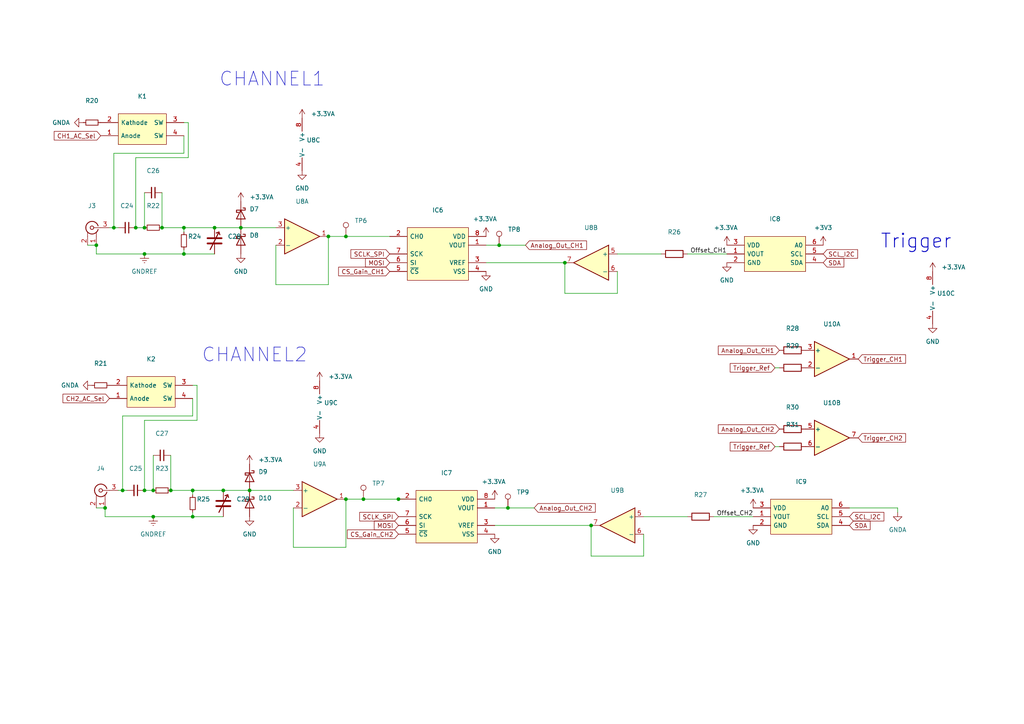
<source format=kicad_sch>
(kicad_sch (version 20211123) (generator eeschema)
  (paper "A4")
  (lib_symbols
    (symbol "Amplifier_Operational:MCP6022" (pin_names (offset 0.127))
      (property "Reference" "U" (at 0 5.08 0))
      (property "Value" "MCP6022" (at 0 -5.08 0))
      (symbol "MCP6022_1_1"
        (polyline (pts (xy -5.08 5.08) (xy 5.08 0) (xy -5.08 -5.08) (xy -5.08 5.08)) (stroke (width 0.254)) (fill (type background)))
        (pin output line (at 7.62 0 180) (length 2.54) (name "~") (number "1"))
        (pin input line (at -7.62 -2.54 0) (length 2.54) (name "-") (number "2"))
        (pin input line (at -7.62 2.54 0) (length 2.54) (name "+") (number "3"))
      )
      (symbol "MCP6022_2_1"
        (polyline (pts (xy -5.08 5.08) (xy 5.08 0) (xy -5.08 -5.08) (xy -5.08 5.08)) (stroke (width 0.254)) (fill (type background)))
        (pin input line (at -7.62 2.54 0) (length 2.54) (name "+") (number "5"))
        (pin input line (at -7.62 -2.54 0) (length 2.54) (name "-") (number "6"))
        (pin output line (at 7.62 0 180) (length 2.54) (name "~") (number "7"))
      )
      (symbol "MCP6022_3_1"
        (pin power_in line (at -2.54 -7.62 90) (length 3.81) (name "V-") (number "4"))
        (pin power_in line (at -2.54 7.62 270) (length 3.81) (name "V+") (number "8"))
      )
    )
    (symbol "Connector:TestPoint" (pin_numbers hide) (pin_names (offset 0.762) hide)
      (property "Reference" "TP" (at 0 6.858 0))
      (property "Value" "TestPoint" (at 0 5.08 0))
      (symbol "TestPoint_0_1"
        (circle (center 0 3.302) (radius 0.762))
      )
      (symbol "TestPoint_1_1"
        (pin passive line (at 0 0 90) (length 2.54) (name "1") (number "1"))
      )
    )
    (symbol "Device:C_Small" (pin_numbers hide) (pin_names (offset 0.254) hide)
      (property "Reference" "C" (at 0.254 1.778 0))
      (property "Value" "C_Small" (at 0.254 -2.032 0))
      (symbol "C_Small_0_1"
        (polyline (pts (xy -1.524 -0.508) (xy 1.524 -0.508)) (stroke (width 0.3302)))
        (polyline (pts (xy -1.524 0.508) (xy 1.524 0.508)) (stroke (width 0.3048)))
      )
      (symbol "C_Small_1_1"
        (pin passive line (at 0 2.54 270) (length 2.032) (name "~") (number "1"))
        (pin passive line (at 0 -2.54 90) (length 2.032) (name "~") (number "2"))
      )
    )
    (symbol "Device:C_Variable" (pin_numbers hide) (pin_names (offset 0.254) hide)
      (property "Reference" "C" (at 0.635 -1.905 0))
      (property "Value" "C_Variable" (at 0.635 -3.81 0))
      (symbol "C_Variable_0_1"
        (polyline (pts (xy -2.032 -0.762) (xy 2.032 -0.762)) (stroke (width 0.508)))
        (polyline (pts (xy -2.032 0.762) (xy 2.032 0.762)) (stroke (width 0.508)))
        (polyline (pts (xy 1.27 2.54) (xy -1.27 -2.54)) (stroke (width 0.3048)))
        (polyline (pts (xy 1.27 2.54) (xy 0.508 2.286)) (stroke (width 0.3048)))
        (polyline (pts (xy 1.27 2.54) (xy 1.524 1.778)) (stroke (width 0.3048)))
      )
      (symbol "C_Variable_1_1"
        (pin passive line (at 0 3.81 270) (length 3.048) (name "~") (number "1"))
        (pin passive line (at 0 -3.81 90) (length 3.048) (name "~") (number "2"))
      )
    )
    (symbol "Device:D_Schottky" (pin_numbers hide) (pin_names (offset 1.016) hide)
      (property "Reference" "D" (at 0 2.54 0))
      (property "Value" "D_Schottky" (at 0 -2.54 0))
      (symbol "D_Schottky_0_1"
        (polyline (pts (xy 1.27 0) (xy -1.27 0)))
        (polyline (pts (xy 1.27 1.27) (xy 1.27 -1.27) (xy -1.27 0) (xy 1.27 1.27)) (stroke (width 0.254)))
        (polyline (pts (xy -1.905 0.635) (xy -1.905 1.27) (xy -1.27 1.27) (xy -1.27 -1.27) (xy -0.635 -1.27) (xy -0.635 -0.635)) (stroke (width 0.254)))
      )
      (symbol "D_Schottky_1_1"
        (pin passive line (at -3.81 0 0) (length 2.54) (name "K") (number "1"))
        (pin passive line (at 3.81 0 180) (length 2.54) (name "A") (number "2"))
      )
    )
    (symbol "Device:R" (pin_numbers hide) (pin_names (offset 0))
      (property "Reference" "R" (at 2.032 0 90))
      (property "Value" "R" (at 0 0 90))
      (symbol "R_0_1"
        (rectangle (start -1.016 -2.54) (end 1.016 2.54) (stroke (width 0.254)))
      )
      (symbol "R_1_1"
        (pin passive line (at 0 3.81 270) (length 1.27) (name "~") (number "1"))
        (pin passive line (at 0 -3.81 90) (length 1.27) (name "~") (number "2"))
      )
    )
    (symbol "Device:R_Small" (pin_numbers hide) (pin_names (offset 0.254) hide)
      (property "Reference" "R" (at 0.762 0.508 0))
      (property "Value" "R_Small" (at 0.762 -1.016 0))
      (symbol "R_Small_0_1"
        (rectangle (start -0.762 1.778) (end 0.762 -1.778) (stroke (width 0.2032)))
      )
      (symbol "R_Small_1_1"
        (pin passive line (at 0 2.54 270) (length 0.762) (name "~") (number "1"))
        (pin passive line (at 0 -2.54 90) (length 0.762) (name "~") (number "2"))
      )
    )
    (symbol "power:+3.3V" (power) (pin_names (offset 0))
      (property "Value" "+3.3V" (at 0 3.556 0))
      (symbol "+3.3V_0_1"
        (polyline (pts (xy -0.762 1.27) (xy 0 2.54)))
        (polyline (pts (xy 0 0) (xy 0 2.54)))
        (polyline (pts (xy 0 2.54) (xy 0.762 1.27)))
      )
      (symbol "+3.3V_1_1"
        (pin power_in line (at 0 0 90) (length 0) hide (name "+3V3") (number "1"))
      )
    )
    (symbol "power:+3.3VA" (power) (pin_names (offset 0))
      (property "Value" "+3.3VA" (at 0 3.556 0))
      (symbol "+3.3VA_0_1"
        (polyline (pts (xy -0.762 1.27) (xy 0 2.54)))
        (polyline (pts (xy 0 0) (xy 0 2.54)))
        (polyline (pts (xy 0 2.54) (xy 0.762 1.27)))
      )
      (symbol "+3.3VA_1_1"
        (pin power_in line (at 0 0 90) (length 0) hide (name "+3.3VA") (number "1"))
      )
    )
    (symbol "power:GND" (power) (pin_names (offset 0))
      (property "Value" "GND" (at 0 -3.81 0))
      (symbol "GND_0_1"
        (polyline (pts (xy 0 0) (xy 0 -1.27) (xy 1.27 -1.27) (xy 0 -2.54) (xy -1.27 -1.27) (xy 0 -1.27)))
      )
      (symbol "GND_1_1"
        (pin power_in line (at 0 0 270) (length 0) hide (name "GND") (number "1"))
      )
    )
    (symbol "power:GNDA" (power) (pin_names (offset 0))
      (property "Value" "GNDA" (at 0 -3.81 0))
      (symbol "GNDA_0_1"
        (polyline (pts (xy 0 0) (xy 0 -1.27) (xy 1.27 -1.27) (xy 0 -2.54) (xy -1.27 -1.27) (xy 0 -1.27)))
      )
      (symbol "GNDA_1_1"
        (pin power_in line (at 0 0 270) (length 0) hide (name "GNDA") (number "1"))
      )
    )
    (symbol "power:GNDREF" (power) (pin_names (offset 0))
      (property "Value" "GNDREF" (at 0 -3.81 0))
      (symbol "GNDREF_0_1"
        (polyline (pts (xy -0.635 -1.905) (xy 0.635 -1.905)))
        (polyline (pts (xy -0.127 -2.54) (xy 0.127 -2.54)))
        (polyline (pts (xy 0 -1.27) (xy 0 0)))
        (polyline (pts (xy 1.27 -1.27) (xy -1.27 -1.27)))
      )
      (symbol "GNDREF_1_1"
        (pin power_in line (at 0 0 270) (length 0) hide (name "GNDREF") (number "1"))
      )
    )
    (symbol "project_library:73100-0105" (pin_names (offset 0.762))
      (property "Reference" "J" (at 16.51 7.62 0))
      (property "Value" "73100-0105" (at 16.51 5.08 0))
      (symbol "73100-0105_0_1"
        (polyline (pts (xy 6.35 1.27) (xy 8.382 1.27)))
        (polyline (pts (xy 7.62 0) (xy 7.62 -1.27)))
        (polyline (pts (xy 10.16 0) (xy 10.16 -1.27)))
        (arc (start 7.112 0.762) (mid 9.112 -0.538) (end 10.668 1.27) (stroke (width 0.254)))
        (circle (center 8.89 1.27) (radius 0.508) (stroke (width 0.2032)))
        (arc (start 10.668 1.27) (mid 9.1121 3.0783) (end 7.112 1.778) (stroke (width 0.254)))
      )
      (symbol "73100-0105_1_1"
        (pin passive line (at 7.62 -3.81 90) (length 2.54) (name "") (number "1"))
        (pin passive line (at 10.16 -3.81 90) (length 2.54) (name "") (number "2"))
        (pin passive line (at 3.81 1.27 0) (length 2.54) (name "") (number "3"))
      )
    )
    (symbol "project_library:AQY210EHA" (pin_names (offset 0.762))
      (property "Reference" "K" (at 16.51 7.62 0))
      (property "Value" "AQY210EHA" (at 16.51 5.08 0))
      (symbol "AQY210EHA_0_0"
        (pin passive line (at -3.81 -3.81 0) (length 5.08) (name "Anode") (number "1"))
        (pin passive line (at -3.81 0 0) (length 5.08) (name "Kathode") (number "2"))
        (pin passive line (at 20.32 0 180) (length 5.08) (name "SW") (number "3"))
        (pin passive line (at 20.32 -3.81 180) (length 5.08) (name "SW") (number "4"))
      )
      (symbol "AQY210EHA_0_1"
        (polyline (pts (xy 1.27 2.54) (xy 15.24 2.54) (xy 15.24 -6.35) (xy 1.27 -6.35) (xy 1.27 2.54)) (stroke (width 0.1524)) (fill (type background)))
      )
    )
    (symbol "project_library:DAC5571IDBVR" (pin_names (offset 0.762))
      (property "Reference" "IC" (at 24.13 7.62 0))
      (property "Value" "DAC5571IDBVR" (at 24.13 5.08 0))
      (symbol "DAC5571IDBVR_0_0"
        (pin passive line (at 0 -2.54 0) (length 5.08) (name "VOUT") (number "1"))
        (pin passive line (at 0 -5.08 0) (length 5.08) (name "GND") (number "2"))
        (pin passive line (at 0 0 0) (length 5.08) (name "VDD") (number "3"))
        (pin passive line (at 27.94 -5.08 180) (length 5.08) (name "SDA") (number "4"))
        (pin passive line (at 27.94 -2.54 180) (length 5.08) (name "SCL") (number "5"))
        (pin passive line (at 27.94 0 180) (length 5.08) (name "A0") (number "6"))
      )
      (symbol "DAC5571IDBVR_0_1"
        (polyline (pts (xy 5.08 2.54) (xy 22.86 2.54) (xy 22.86 -7.62) (xy 5.08 -7.62) (xy 5.08 2.54)) (stroke (width 0.1524)) (fill (type background)))
      )
    )
    (symbol "project_library:MCP6S91-E_MS" (pin_names (offset 0.762))
      (property "Reference" "IC" (at 24.13 7.62 0))
      (property "Value" "MCP6S91-E_MS" (at 24.13 5.08 0))
      (symbol "MCP6S91-E_MS_0_0"
        (pin passive line (at 0 -2.54 0) (length 5.08) (name "VOUT") (number "1"))
        (pin passive line (at 27.94 0 180) (length 5.08) (name "CH0") (number "2"))
        (pin passive line (at 0 -7.62 0) (length 5.08) (name "VREF") (number "3"))
        (pin passive line (at 0 -10.16 0) (length 5.08) (name "VSS") (number "4"))
        (pin passive line (at 27.94 -10.16 180) (length 5.08) (name "~{CS}") (number "5"))
        (pin passive line (at 27.94 -7.62 180) (length 5.08) (name "SI") (number "6"))
        (pin passive line (at 27.94 -5.08 180) (length 5.08) (name "SCK") (number "7"))
        (pin passive line (at 0 0 0) (length 5.08) (name "VDD") (number "8"))
      )
      (symbol "MCP6S91-E_MS_0_1"
        (polyline (pts (xy 5.08 2.54) (xy 22.86 2.54) (xy 22.86 -12.7) (xy 5.08 -12.7) (xy 5.08 2.54)) (stroke (width 0.1524)) (fill (type background)))
      )
    )
  )
  (junction (at 100.33 144.78))
  (junction (at 33.02 66.04))
  (junction (at 147.32 147.32))
  (junction (at 41.91 66.04))
  (junction (at 41.91 142.24))
  (junction (at 171.45 152.4))
  (junction (at 105.41 144.78))
  (junction (at 30.48 147.32))
  (junction (at 69.85 66.04))
  (junction (at 49.53 142.24))
  (junction (at 53.34 73.66))
  (junction (at 41.91 73.66))
  (junction (at 62.23 66.04))
  (junction (at 27.94 71.12))
  (junction (at 115.57 144.78))
  (junction (at 55.88 142.24))
  (junction (at 144.78 71.12))
  (junction (at 44.45 149.86))
  (junction (at 35.56 142.24))
  (junction (at 55.88 149.86))
  (junction (at 163.83 76.2))
  (junction (at 46.99 66.04))
  (junction (at 64.77 142.24))
  (junction (at 39.37 66.04))
  (junction (at 53.34 66.04))
  (junction (at 44.45 142.24))
  (junction (at 100.33 68.58))
  (junction (at 95.25 68.58))
  (junction (at 72.39 142.24))
  (wire (pts (xy 55.88 143.51) (xy 55.88 142.24)))
  (wire (pts (xy 80.01 82.55) (xy 95.25 82.55)))
  (wire (pts (xy 80.01 71.12) (xy 80.01 82.55)))
  (wire (pts (xy 55.88 115.57) (xy 55.88 120.65)))
  (wire (pts (xy 57.15 121.92) (xy 41.91 121.92)))
  (wire (pts (xy 53.34 39.37) (xy 53.34 44.45)))
  (wire (pts (xy 41.91 73.66) (xy 53.34 73.66)))
  (wire (pts (xy 46.99 55.88) (xy 46.99 66.04)))
  (wire (pts (xy 140.97 76.2) (xy 163.83 76.2)))
  (wire (pts (xy 33.02 66.04) (xy 31.75 66.04)))
  (wire (pts (xy 186.69 161.29) (xy 171.45 161.29)))
  (wire (pts (xy 64.77 142.24) (xy 72.39 142.24)))
  (wire (pts (xy 35.56 142.24) (xy 34.29 142.24)))
  (wire (pts (xy 143.51 152.4) (xy 171.45 152.4)))
  (wire (pts (xy 186.69 149.86) (xy 199.39 149.86)))
  (wire (pts (xy 69.85 66.04) (xy 80.01 66.04)))
  (wire (pts (xy 55.88 120.65) (xy 35.56 120.65)))
  (wire (pts (xy 49.53 132.08) (xy 49.53 142.24)))
  (wire (pts (xy 44.45 132.08) (xy 44.45 142.24)))
  (wire (pts (xy 41.91 121.92) (xy 41.91 142.24)))
  (wire (pts (xy 72.39 142.24) (xy 85.09 142.24)))
  (wire (pts (xy 179.07 73.66) (xy 191.77 73.66)))
  (wire (pts (xy 147.32 147.32) (xy 154.94 147.32)))
  (wire (pts (xy 163.83 85.09) (xy 163.83 76.2)))
  (wire (pts (xy 39.37 66.04) (xy 41.91 66.04)))
  (wire (pts (xy 41.91 55.88) (xy 41.91 66.04)))
  (wire (pts (xy 54.61 45.72) (xy 39.37 45.72)))
  (wire (pts (xy 85.09 158.75) (xy 100.33 158.75)))
  (wire (pts (xy 118.11 144.78) (xy 115.57 144.78)))
  (wire (pts (xy 140.97 71.12) (xy 144.78 71.12)))
  (wire (pts (xy 53.34 44.45) (xy 33.02 44.45)))
  (wire (pts (xy 55.88 148.59) (xy 55.88 149.86)))
  (wire (pts (xy 53.34 67.31) (xy 53.34 66.04)))
  (wire (pts (xy 105.41 144.78) (xy 115.57 144.78)))
  (wire (pts (xy 55.88 142.24) (xy 64.77 142.24)))
  (wire (pts (xy 179.07 78.74) (xy 179.07 85.09)))
  (wire (pts (xy 207.01 149.86) (xy 218.44 149.86)))
  (wire (pts (xy 100.33 68.58) (xy 113.03 68.58)))
  (wire (pts (xy 41.91 142.24) (xy 44.45 142.24)))
  (wire (pts (xy 53.34 35.56) (xy 54.61 35.56)))
  (wire (pts (xy 30.48 149.86) (xy 44.45 149.86)))
  (wire (pts (xy 95.25 68.58) (xy 100.33 68.58)))
  (wire (pts (xy 33.02 66.04) (xy 34.29 66.04)))
  (wire (pts (xy 30.48 149.86) (xy 30.48 147.32)))
  (wire (pts (xy 53.34 72.39) (xy 53.34 73.66)))
  (wire (pts (xy 27.94 73.66) (xy 27.94 71.12)))
  (wire (pts (xy 171.45 161.29) (xy 171.45 152.4)))
  (wire (pts (xy 27.94 73.66) (xy 41.91 73.66)))
  (wire (pts (xy 246.38 147.32) (xy 260.35 147.32)))
  (wire (pts (xy 49.53 142.24) (xy 55.88 142.24)))
  (wire (pts (xy 54.61 35.56) (xy 54.61 45.72)))
  (wire (pts (xy 44.45 149.86) (xy 55.88 149.86)))
  (wire (pts (xy 62.23 66.04) (xy 69.85 66.04)))
  (wire (pts (xy 53.34 73.66) (xy 62.23 73.66)))
  (wire (pts (xy 260.35 147.32) (xy 260.35 148.59)))
  (wire (pts (xy 25.4 71.12) (xy 27.94 71.12)))
  (wire (pts (xy 35.56 120.65) (xy 35.56 142.24)))
  (wire (pts (xy 224.79 129.54) (xy 226.06 129.54)))
  (wire (pts (xy 53.34 66.04) (xy 62.23 66.04)))
  (wire (pts (xy 186.69 154.94) (xy 186.69 161.29)))
  (wire (pts (xy 224.79 106.68) (xy 226.06 106.68)))
  (wire (pts (xy 143.51 147.32) (xy 147.32 147.32)))
  (wire (pts (xy 57.15 111.76) (xy 57.15 121.92)))
  (wire (pts (xy 179.07 85.09) (xy 163.83 85.09)))
  (wire (pts (xy 33.02 44.45) (xy 33.02 66.04)))
  (wire (pts (xy 100.33 144.78) (xy 105.41 144.78)))
  (wire (pts (xy 85.09 147.32) (xy 85.09 158.75)))
  (wire (pts (xy 46.99 66.04) (xy 53.34 66.04)))
  (wire (pts (xy 39.37 45.72) (xy 39.37 66.04)))
  (wire (pts (xy 35.56 142.24) (xy 36.83 142.24)))
  (wire (pts (xy 100.33 144.78) (xy 100.33 158.75)))
  (wire (pts (xy 144.78 71.12) (xy 152.4 71.12)))
  (wire (pts (xy 27.94 147.32) (xy 30.48 147.32)))
  (wire (pts (xy 55.88 111.76) (xy 57.15 111.76)))
  (wire (pts (xy 95.25 68.58) (xy 95.25 82.55)))
  (wire (pts (xy 55.88 149.86) (xy 64.77 149.86)))
  (wire (pts (xy 199.39 73.66) (xy 210.82 73.66)))
  (text "CHANNEL2" (at 58.42 105.41 0) (effects (font (size 4 4)) (justify left bottom)))
  (text "CHANNEL1" (at 63.5 25.4 0) (effects (font (size 4 4)) (justify left bottom)))
  (text "Trigger" (at 255.27 72.39 0) (effects (font (size 4 4) (thickness 0.254) bold) (justify left bottom)))
  (label "Offset_CH2" (at 218.44 149.86 180))
  (label "Offset_CH1" (at 210.82 73.66 180))
  (global_label "Trigger_CH1" (shape input) (at 248.92 104.14 0) (property "Intersheet References" "${INTERSHEET_REFS}" (effects hide)))
  (global_label "SCL_I2C" (shape input) (at 238.76 73.66 0) (property "Intersheet References" "${INTERSHEET_REFS}" (effects hide)))
  (global_label "CS_Gain_CH1" (shape input) (at 113.03 78.74 180) (property "Intersheet References" "${INTERSHEET_REFS}" (effects hide)))
  (global_label "MOSI" (shape input) (at 115.57 152.4 180) (property "Intersheet References" "${INTERSHEET_REFS}" (effects hide)))
  (global_label "Analog_Out_CH2" (shape input) (at 226.06 124.46 180) (property "Intersheet References" "${INTERSHEET_REFS}" (effects hide)))
  (global_label "SCL_I2C" (shape input) (at 246.38 149.86 0) (property "Intersheet References" "${INTERSHEET_REFS}" (effects hide)))
  (global_label "SDA" (shape input) (at 238.76 76.2 0) (property "Intersheet References" "${INTERSHEET_REFS}" (effects hide)))
  (global_label "SCLK_SPI" (shape input) (at 113.03 73.66 180) (property "Intersheet References" "${INTERSHEET_REFS}" (effects hide)))
  (global_label "MOSI" (shape input) (at 113.03 76.2 180) (property "Intersheet References" "${INTERSHEET_REFS}" (effects hide)))
  (global_label "Analog_Out_CH2" (shape input) (at 154.94 147.32 0) (property "Intersheet References" "${INTERSHEET_REFS}" (effects hide)))
  (global_label "CH1_AC_Sel" (shape input) (at 29.21 39.37 180) (property "Intersheet References" "${INTERSHEET_REFS}" (effects hide)))
  (global_label "CS_Gain_CH2" (shape input) (at 115.57 154.94 180) (property "Intersheet References" "${INTERSHEET_REFS}" (effects hide)))
  (global_label "Trigger_Ref" (shape input) (at 224.79 106.68 180) (property "Intersheet References" "${INTERSHEET_REFS}" (effects hide)))
  (global_label "Analog_Out_CH1" (shape input) (at 152.4 71.12 0) (property "Intersheet References" "${INTERSHEET_REFS}" (effects hide)))
  (global_label "Analog_Out_CH1" (shape input) (at 226.06 101.6 180) (property "Intersheet References" "${INTERSHEET_REFS}" (effects hide)))
  (global_label "SDA" (shape input) (at 246.38 152.4 0) (property "Intersheet References" "${INTERSHEET_REFS}" (effects hide)))
  (global_label "Trigger_CH2" (shape input) (at 248.92 127 0) (property "Intersheet References" "${INTERSHEET_REFS}" (effects hide)))
  (global_label "CH2_AC_Sel" (shape input) (at 31.75 115.57 180) (property "Intersheet References" "${INTERSHEET_REFS}" (effects hide)))
  (global_label "Trigger_Ref" (shape input) (at 224.79 129.54 180) (property "Intersheet References" "${INTERSHEET_REFS}" (effects hide)))
  (global_label "SCLK_SPI" (shape input) (at 115.57 149.86 180) (property "Intersheet References" "${INTERSHEET_REFS}" (effects hide)))
  (symbol (lib_id "Device:R_Small") (at 55.88 146.05 0) (mirror y) (unit 1)
    (property "Reference" "R25" (at 60.96 144.78 0) (effects (justify left)))
  )
  (symbol (lib_id "power:+3.3VA") (at 140.97 68.58 0) (unit 1)
    (property "Reference" "#PWR066" (effects hide))
    (property "Value" "+3.3VA" (at 137.16 63.5 0) (effects (justify left)))
  )
  (symbol (lib_id "power:GNDREF") (at 44.45 149.86 0) (unit 1)
    (property "Reference" "#PWR057" (effects hide))
    (property "Value" "GNDREF" (at 44.45 154.94 0))
  )
  (symbol (lib_id "Amplifier_Operational:MCP6022") (at 87.63 68.58 0) (unit 1)
    (property "Reference" "U8" (at 87.63 58.42 0))
    (property "Datasheet" "http://ww1.microchip.com/downloads/en/devicedoc/20001685e.pdf" (effects hide))
  )
  (symbol (lib_id "power:+3.3VA") (at 72.39 134.62 0) (unit 1)
    (property "Reference" "#PWR060" (effects hide))
    (property "Value" "+3.3VA" (at 74.93 133.3499 0) (effects (justify left)))
  )
  (symbol (lib_id "Device:R") (at 203.2 149.86 90) (unit 1)
    (property "Reference" "R27" (at 203.2 143.51 90))
  )
  (symbol (lib_id "power:GND") (at 218.44 152.4 0) (unit 1)
    (property "Reference" "#PWR0108" (effects hide))
    (property "Value" "GND" (at 218.44 157.48 0))
  )
  (symbol (lib_id "Connector:TestPoint") (at 144.78 71.12 0) (unit 1)
    (property "Reference" "TP8" (at 147.32 66.5479 0) (effects (justify left)))
  )
  (symbol (lib_id "Device:C_Variable") (at 62.23 69.85 0) (unit 1)
    (property "Reference" "C28" (at 66.04 68.5799 0) (effects (justify left)))
  )
  (symbol (lib_id "Connector:TestPoint") (at 100.33 68.58 0) (unit 1)
    (property "Reference" "TP6" (at 102.87 64.0079 0) (effects (justify left)))
  )
  (symbol (lib_id "power:GND") (at 270.51 93.98 0) (unit 1)
    (property "Reference" "#PWR0107" (effects hide))
    (property "Value" "GND" (at 270.51 99.06 0))
  )
  (symbol (lib_id "project_library:MCP6S91-E_MS") (at 140.97 68.58 0) (mirror y) (unit 1)
    (property "Reference" "IC6" (at 127 60.96 0))
    (property "Footprint" "project_library:MCP6S91-E_MS" (effects hide))
    (property "Datasheet" "http://componentsearchengine.com/Datasheets/1/MCP6S91-E_MS.pdf" (effects hide))
    (property "Description" "Low-Gain PGA" (effects hide))
    (property "Height" "1.18" (effects hide))
    (property "Mouser Part Number" "579-MCP6S91-E/MS" (effects hide))
    (property "Mouser Price/Stock" "https://www.mouser.co.uk/ProductDetail/Microchip-Technology/MCP6S91-E-MS?qs=Y8sGFBEOzV9feFTMRkxvqQ%3D%3D" (effects hide))
    (property "Manufacturer_Name" "Microchip" (effects hide))
    (property "Manufacturer_Part_Number" "MCP6S91-E/MS" (effects hide))
  )
  (symbol (lib_id "power:+3.3VA") (at 218.44 147.32 0) (unit 1)
    (property "Reference" "#PWR072" (effects hide))
    (property "Value" "+3.3VA" (at 214.63 142.24 0) (effects (justify left)))
  )
  (symbol (lib_id "Device:R_Small") (at 46.99 142.24 270) (mirror x) (unit 1)
    (property "Reference" "R23" (at 46.99 135.89 90))
  )
  (symbol (lib_id "Device:R") (at 229.87 101.6 90) (unit 1)
    (property "Reference" "R28" (at 229.87 95.25 90))
  )
  (symbol (lib_id "project_library:DAC5571IDBVR") (at 218.44 147.32 0) (unit 1)
    (property "Reference" "IC9" (at 232.41 139.7 0))
    (property "Footprint" "project_library:DAC5571IDBVR" (effects hide))
    (property "Datasheet" "http://www.ti.com/lit/gpn/DAC5571" (effects hide))
    (property "Description" "Low-power, 8-Bit DAC with high-speed I2C Input" (effects hide))
    (property "Height" "1.45" (effects hide))
    (property "Mouser Part Number" "595-DAC5571IDBVR" (effects hide))
    (property "Mouser Price/Stock" "https://www.mouser.co.uk/ProductDetail/Texas-Instruments/DAC5571IDBVR?qs=vul0MlC%2Fa1d8ma5XBaLG%252Bg%3D%3D" (effects hide))
    (property "Manufacturer_Name" "Texas Instruments" (effects hide))
    (property "Manufacturer_Part_Number" "DAC5571IDBVR" (effects hide))
  )
  (symbol (lib_id "power:+3.3VA") (at 210.82 71.12 0) (unit 1)
    (property "Reference" "#PWR070" (effects hide))
    (property "Value" "+3.3VA" (at 207.01 66.04 0) (effects (justify left)))
  )
  (symbol (lib_id "project_library:MCP6S91-E_MS") (at 143.51 144.78 0) (mirror y) (unit 1)
    (property "Reference" "IC7" (at 129.54 137.16 0))
    (property "Footprint" "project_library:MCP6S91-E_MS" (effects hide))
    (property "Datasheet" "http://componentsearchengine.com/Datasheets/1/MCP6S91-E_MS.pdf" (effects hide))
    (property "Description" "Low-Gain PGA" (effects hide))
    (property "Height" "1.18" (effects hide))
    (property "Mouser Part Number" "579-MCP6S91-E/MS" (effects hide))
    (property "Mouser Price/Stock" "https://www.mouser.co.uk/ProductDetail/Microchip-Technology/MCP6S91-E-MS?qs=Y8sGFBEOzV9feFTMRkxvqQ%3D%3D" (effects hide))
    (property "Manufacturer_Name" "Microchip" (effects hide))
    (property "Manufacturer_Part_Number" "MCP6S91-E/MS" (effects hide))
  )
  (symbol (lib_id "power:+3.3VA") (at 143.51 144.78 0) (unit 1)
    (property "Reference" "#PWR068" (effects hide))
    (property "Value" "+3.3VA" (at 139.7 139.7 0) (effects (justify left)))
  )
  (symbol (lib_id "project_library:AQY210EHA") (at 33.02 35.56 0) (unit 1)
    (property "Reference" "K1" (at 41.275 27.94 0))
    (property "Footprint" "project_library:AQY210EHAX" (effects hide))
    (property "Datasheet" "https://www3.panasonic.biz/ac/e/search_num/index.jsp?c=detail&part_no=AQY210EHA" (effects hide))
    (property "Description" "PANASONIC - AQY210EHA - RELAY, PHOTOMOS, SPNO" (effects hide))
    (property "Height" "3.15" (effects hide))
    (property "Mouser Part Number" "769-AQY210EHA" (effects hide))
    (property "Mouser Price/Stock" "https://www.mouser.co.uk/ProductDetail/Panasonic-Industrial-Devices/AQY210EHA?qs=QVBMgXxBiLwG4GaWjFZuZg%3D%3D" (effects hide))
    (property "Manufacturer_Name" "Panasonic" (effects hide))
    (property "Manufacturer_Part_Number" "AQY210EHA" (effects hide))
  )
  (symbol (lib_id "project_library:73100-0105") (at 35.56 67.31 0) (mirror y) (unit 1)
    (property "Reference" "J3" (at 26.67 59.69 0))
    (property "Footprint" "73100-0105" (effects hide))
    (property "Description" "MOLEX - 73100-0105 - RF/COAXIAL, BNC JACK, R/A, 50 OHM, SOLDER" (effects hide))
    (property "Mouser Part Number" "538-73100-0105" (effects hide))
    (property "Mouser Price/Stock" "https://www.mouser.co.uk/ProductDetail/Molex/73100-0105?qs=K8BHR703ZXgAHDUsVPihfA%3D%3D" (effects hide))
    (property "Manufacturer_Name" "Molex" (effects hide))
    (property "Manufacturer_Part_Number" "73100-0105" (effects hide))
  )
  (symbol (lib_id "Amplifier_Operational:MCP6022") (at 273.05 86.36 0) (unit 3)
    (property "Reference" "U10" (at 271.78 85.0899 0) (effects (justify left)))
    (property "Datasheet" "http://ww1.microchip.com/downloads/en/devicedoc/20001685e.pdf" (effects hide))
  )
  (symbol (lib_id "power:+3.3VA") (at 92.71 110.49 0) (unit 1)
    (property "Reference" "#PWR064" (effects hide))
    (property "Value" "+3.3VA" (at 95.25 109.2199 0) (effects (justify left)))
  )
  (symbol (lib_id "power:GND") (at 92.71 125.73 0) (unit 1)
    (property "Reference" "#PWR0103" (effects hide))
    (property "Value" "GND" (at 92.71 130.81 0))
  )
  (symbol (lib_id "Device:D_Schottky") (at 72.39 146.05 270) (unit 1)
    (property "Reference" "D10" (at 74.93 144.4624 90) (effects (justify left)))
  )
  (symbol (lib_id "Amplifier_Operational:MCP6022") (at 90.17 41.91 0) (unit 3)
    (property "Reference" "U8" (at 88.9 40.6399 0) (effects (justify left)))
    (property "Datasheet" "http://ww1.microchip.com/downloads/en/devicedoc/20001685e.pdf" (effects hide))
  )
  (symbol (lib_id "power:GNDREF") (at 41.91 73.66 0) (unit 1)
    (property "Reference" "#PWR056" (effects hide))
    (property "Value" "~" (at 41.91 78.74 0))
  )
  (symbol (lib_id "Amplifier_Operational:MCP6022") (at 179.07 152.4 0) (mirror y) (unit 2)
    (property "Reference" "U9" (at 179.07 142.24 0))
    (property "Datasheet" "http://ww1.microchip.com/downloads/en/devicedoc/20001685e.pdf" (effects hide))
  )
  (symbol (lib_id "Amplifier_Operational:MCP6022") (at 241.3 127 0) (unit 2)
    (property "Reference" "U10" (at 241.3 116.84 0))
    (property "Datasheet" "http://ww1.microchip.com/downloads/en/devicedoc/20001685e.pdf" (effects hide))
  )
  (symbol (lib_id "power:GND") (at 72.39 149.86 0) (unit 1)
    (property "Reference" "#PWR0101" (effects hide))
    (property "Value" "GND" (at 72.39 154.94 0))
  )
  (symbol (lib_id "Device:D_Schottky") (at 69.85 62.23 270) (unit 1)
    (property "Reference" "D7" (at 72.39 60.6424 90) (effects (justify left)))
  )
  (symbol (lib_id "project_library:AQY210EHA") (at 35.56 111.76 0) (unit 1)
    (property "Reference" "K2" (at 43.815 104.14 0))
    (property "Footprint" "project_library:AQY210EHAX" (effects hide))
    (property "Datasheet" "https://www3.panasonic.biz/ac/e/search_num/index.jsp?c=detail&part_no=AQY210EHA" (effects hide))
    (property "Description" "PANASONIC - AQY210EHA - RELAY, PHOTOMOS, SPNO" (effects hide))
    (property "Height" "3.15" (effects hide))
    (property "Mouser Part Number" "769-AQY210EHA" (effects hide))
    (property "Mouser Price/Stock" "https://www.mouser.co.uk/ProductDetail/Panasonic-Industrial-Devices/AQY210EHA?qs=QVBMgXxBiLwG4GaWjFZuZg%3D%3D" (effects hide))
    (property "Manufacturer_Name" "Panasonic" (effects hide))
    (property "Manufacturer_Part_Number" "AQY210EHA" (effects hide))
  )
  (symbol (lib_id "power:+3.3VA") (at 87.63 34.29 0) (unit 1)
    (property "Reference" "#PWR062" (effects hide))
    (property "Value" "+3.3VA" (at 90.17 33.0199 0) (effects (justify left)))
  )
  (symbol (lib_id "Connector:TestPoint") (at 105.41 144.78 0) (unit 1)
    (property "Reference" "TP7" (at 107.95 140.2079 0) (effects (justify left)))
  )
  (symbol (lib_id "Device:R_Small") (at 44.45 66.04 270) (mirror x) (unit 1)
    (property "Reference" "R22" (at 44.45 59.69 90))
  )
  (symbol (lib_id "project_library:73100-0105") (at 38.1 143.51 0) (mirror y) (unit 1)
    (property "Reference" "J4" (at 29.21 135.89 0))
    (property "Footprint" "73100-0105" (effects hide))
    (property "Description" "MOLEX - 73100-0105 - RF/COAXIAL, BNC JACK, R/A, 50 OHM, SOLDER" (effects hide))
    (property "Mouser Part Number" "538-73100-0105" (effects hide))
    (property "Mouser Price/Stock" "https://www.mouser.co.uk/ProductDetail/Molex/73100-0105?qs=K8BHR703ZXgAHDUsVPihfA%3D%3D" (effects hide))
    (property "Manufacturer_Name" "Molex" (effects hide))
    (property "Manufacturer_Part_Number" "73100-0105" (effects hide))
  )
  (symbol (lib_id "power:GND") (at 69.85 73.66 0) (unit 1)
    (property "Reference" "#PWR0104" (effects hide))
    (property "Value" "GND" (at 69.85 78.74 0))
  )
  (symbol (lib_id "Device:C_Small") (at 46.99 132.08 270) (mirror x) (unit 1)
    (property "Reference" "C27" (at 46.9837 125.73 90))
  )
  (symbol (lib_id "Device:R_Small") (at 26.67 35.56 90) (unit 1)
    (property "Reference" "R20" (at 26.67 29.21 90))
  )
  (symbol (lib_id "Amplifier_Operational:MCP6022") (at 171.45 76.2 0) (mirror y) (unit 2)
    (property "Reference" "U8" (at 171.45 66.04 0))
    (property "Datasheet" "http://ww1.microchip.com/downloads/en/devicedoc/20001685e.pdf" (effects hide))
  )
  (symbol (lib_id "Device:C_Small") (at 39.37 142.24 270) (mirror x) (unit 1)
    (property "Reference" "C25" (at 39.3637 135.89 90))
  )
  (symbol (lib_id "Device:R") (at 229.87 129.54 90) (unit 1)
    (property "Reference" "R31" (at 229.87 123.19 90))
  )
  (symbol (lib_id "Connector:TestPoint") (at 147.32 147.32 0) (unit 1)
    (property "Reference" "TP9" (at 149.86 142.7479 0) (effects (justify left)))
  )
  (symbol (lib_id "Amplifier_Operational:MCP6022") (at 241.3 104.14 0) (unit 1)
    (property "Reference" "U10" (at 241.3 93.98 0))
    (property "Datasheet" "http://ww1.microchip.com/downloads/en/devicedoc/20001685e.pdf" (effects hide))
  )
  (symbol (lib_id "power:+3.3VA") (at 69.85 58.42 0) (unit 1)
    (property "Reference" "#PWR058" (effects hide))
    (property "Value" "+3.3VA" (at 72.39 57.1499 0) (effects (justify left)))
  )
  (symbol (lib_id "Device:D_Schottky") (at 69.85 69.85 270) (unit 1)
    (property "Reference" "D8" (at 72.39 68.2624 90) (effects (justify left)))
  )
  (symbol (lib_id "project_library:DAC5571IDBVR") (at 210.82 71.12 0) (unit 1)
    (property "Reference" "IC8" (at 224.79 63.5 0))
    (property "Footprint" "project_library:DAC5571IDBVR" (effects hide))
    (property "Datasheet" "http://www.ti.com/lit/gpn/DAC5571" (effects hide))
    (property "Description" "Low-power, 8-Bit DAC with high-speed I2C Input" (effects hide))
    (property "Height" "1.45" (effects hide))
    (property "Mouser Part Number" "595-DAC5571IDBVR" (effects hide))
    (property "Mouser Price/Stock" "https://www.mouser.co.uk/ProductDetail/Texas-Instruments/DAC5571IDBVR?qs=vul0MlC%2Fa1d8ma5XBaLG%252Bg%3D%3D" (effects hide))
    (property "Manufacturer_Name" "Texas Instruments" (effects hide))
    (property "Manufacturer_Part_Number" "DAC5571IDBVR" (effects hide))
  )
  (symbol (lib_id "power:GNDA") (at 24.13 35.56 270) (unit 1)
    (property "Reference" "#PWR054" (effects hide))
    (property "Value" "GNDA" (at 20.32 35.5599 90) (effects (justify right)))
  )
  (symbol (lib_id "power:+3.3V") (at 238.76 71.12 0) (unit 1)
    (property "Reference" "#PWR074" (effects hide))
    (property "Value" "+3.3V" (at 238.76 66.04 0))
  )
  (symbol (lib_id "Device:C_Small") (at 44.45 55.88 270) (mirror x) (unit 1)
    (property "Reference" "C26" (at 44.4437 49.53 90))
  )
  (symbol (lib_id "power:GNDA") (at 26.67 111.76 270) (unit 1)
    (property "Reference" "#PWR055" (effects hide))
    (property "Value" "GNDA" (at 22.86 111.7599 90) (effects (justify right)))
  )
  (symbol (lib_id "power:GND") (at 87.63 49.53 0) (unit 1)
    (property "Reference" "#PWR0105" (effects hide))
    (property "Value" "GND" (at 87.63 54.61 0))
  )
  (symbol (lib_id "Device:R") (at 229.87 124.46 90) (unit 1)
    (property "Reference" "R30" (at 229.87 118.11 90))
  )
  (symbol (lib_id "power:+3.3VA") (at 270.51 78.74 0) (unit 1)
    (property "Reference" "#PWR076" (effects hide))
    (property "Value" "+3.3VA" (at 273.05 77.4699 0) (effects (justify left)))
  )
  (symbol (lib_id "Device:R_Small") (at 53.34 69.85 0) (mirror y) (unit 1)
    (property "Reference" "R24" (at 58.42 68.58 0) (effects (justify left)))
  )
  (symbol (lib_id "power:GNDA") (at 260.35 148.59 0) (unit 1)
    (property "Reference" "#PWR075" (effects hide))
    (property "Value" "GNDA" (at 260.35 153.67 0))
  )
  (symbol (lib_id "power:GND") (at 210.82 76.2 0) (unit 1)
    (property "Reference" "#PWR0106" (effects hide))
    (property "Value" "GND" (at 210.82 81.28 0))
  )
  (symbol (lib_id "Device:D_Schottky") (at 72.39 138.43 270) (unit 1)
    (property "Reference" "D9" (at 74.93 136.8424 90) (effects (justify left)))
  )
  (symbol (lib_id "power:GND") (at 143.51 154.94 0) (unit 1)
    (property "Reference" "#PWR0109" (effects hide))
  )
  (symbol (lib_id "Device:R") (at 195.58 73.66 90) (unit 1)
    (property "Reference" "R26" (at 195.58 67.31 90))
  )
  (symbol (lib_id "Device:R_Small") (at 29.21 111.76 90) (unit 1)
    (property "Reference" "R21" (at 29.21 105.41 90))
  )
  (symbol (lib_id "Device:R") (at 229.87 106.68 90) (unit 1)
    (property "Reference" "R29" (at 229.87 100.33 90))
  )
  (symbol (lib_id "Amplifier_Operational:MCP6022") (at 92.71 144.78 0) (unit 1)
    (property "Reference" "U9" (at 92.71 134.62 0))
    (property "Datasheet" "http://ww1.microchip.com/downloads/en/devicedoc/20001685e.pdf" (effects hide))
  )
  (symbol (lib_id "Amplifier_Operational:MCP6022") (at 95.25 118.11 0) (unit 3)
    (property "Reference" "U9" (at 93.98 116.8399 0) (effects (justify left)))
    (property "Datasheet" "http://ww1.microchip.com/downloads/en/devicedoc/20001685e.pdf" (effects hide))
  )
  (symbol (lib_id "Device:C_Variable") (at 64.77 146.05 0) (unit 1)
    (property "Reference" "C29" (at 68.58 144.7799 0) (effects (justify left)))
  )
  (symbol (lib_id "power:GND") (at 140.97 78.74 0) (unit 1)
    (property "Reference" "#PWR0102" (effects hide))
    (property "Value" "GND" (at 140.97 83.82 0))
  )
  (symbol (lib_id "Device:C_Small") (at 36.83 66.04 270) (mirror x) (unit 1)
    (property "Reference" "C24" (at 36.8237 59.69 90))
  )
)
</source>
